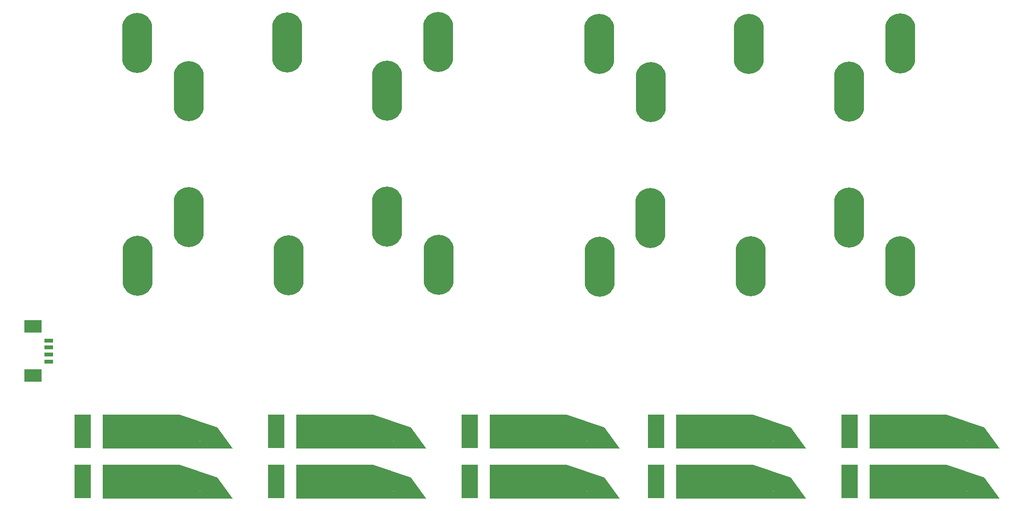
<source format=gtp>
G04 #@! TF.FileFunction,Paste,Top*
%FSLAX46Y46*%
G04 Gerber Fmt 4.6, Leading zero omitted, Abs format (unit mm)*
G04 Created by KiCad (PCBNEW 4.0.7) date Fri Jul 20 16:26:56 2018*
%MOMM*%
%LPD*%
G01*
G04 APERTURE LIST*
%ADD10C,0.100000*%
%ADD11O,5.330000X10.660000*%
%ADD12R,3.000000X6.000000*%
%ADD13R,13.720000X6.000000*%
%ADD14R,4.000000X1.500000*%
%ADD15R,15.000000X1.000000*%
%ADD16R,1.500000X0.800000*%
%ADD17R,3.100000X2.200000*%
G04 APERTURE END LIST*
D10*
D11*
X212174800Y-50599200D03*
X247343800Y-50507200D03*
X203060800Y-42009200D03*
X229608800Y-41990200D03*
X256378800Y-41895200D03*
X247327800Y-72849200D03*
X212158800Y-72941200D03*
X256441800Y-81439200D03*
X229893800Y-81458200D03*
X203123800Y-81553200D03*
D12*
X111506000Y-110744000D03*
D13*
X121920000Y-110744000D03*
D10*
G36*
X128755000Y-113694000D02*
X128755000Y-107794000D01*
X135405000Y-110094000D01*
X135405000Y-111394000D01*
X128755000Y-113694000D01*
X128755000Y-113694000D01*
G37*
G36*
X138097000Y-113800500D02*
X131397000Y-113800500D01*
X134097000Y-110100500D01*
X135397000Y-110100500D01*
X138097000Y-113800500D01*
X138097000Y-113800500D01*
G37*
D14*
X130365500Y-113030000D03*
D15*
X123888500Y-113284000D03*
X122555000Y-113284000D03*
D12*
X145796000Y-110744000D03*
D13*
X156210000Y-110744000D03*
D10*
G36*
X163045000Y-113694000D02*
X163045000Y-107794000D01*
X169695000Y-110094000D01*
X169695000Y-111394000D01*
X163045000Y-113694000D01*
X163045000Y-113694000D01*
G37*
G36*
X172387000Y-113800500D02*
X165687000Y-113800500D01*
X168387000Y-110100500D01*
X169687000Y-110100500D01*
X172387000Y-113800500D01*
X172387000Y-113800500D01*
G37*
D14*
X164655500Y-113030000D03*
D15*
X158178500Y-113284000D03*
X156845000Y-113284000D03*
D11*
X130336000Y-50396000D03*
X165505000Y-50304000D03*
X121222000Y-41806000D03*
X147770000Y-41787000D03*
X174540000Y-41692000D03*
X165489000Y-72646000D03*
X130320000Y-72738000D03*
X174603000Y-81236000D03*
X148055000Y-81255000D03*
X121285000Y-81350000D03*
D12*
X180086000Y-110744000D03*
D13*
X190500000Y-110744000D03*
D10*
G36*
X197335000Y-113694000D02*
X197335000Y-107794000D01*
X203985000Y-110094000D01*
X203985000Y-111394000D01*
X197335000Y-113694000D01*
X197335000Y-113694000D01*
G37*
G36*
X206677000Y-113800500D02*
X199977000Y-113800500D01*
X202677000Y-110100500D01*
X203977000Y-110100500D01*
X206677000Y-113800500D01*
X206677000Y-113800500D01*
G37*
D14*
X198945500Y-113030000D03*
D15*
X192468500Y-113284000D03*
X191135000Y-113284000D03*
D12*
X213106000Y-110744000D03*
D13*
X223520000Y-110744000D03*
D10*
G36*
X230355000Y-113694000D02*
X230355000Y-107794000D01*
X237005000Y-110094000D01*
X237005000Y-111394000D01*
X230355000Y-113694000D01*
X230355000Y-113694000D01*
G37*
G36*
X239697000Y-113800500D02*
X232997000Y-113800500D01*
X235697000Y-110100500D01*
X236997000Y-110100500D01*
X239697000Y-113800500D01*
X239697000Y-113800500D01*
G37*
D14*
X231965500Y-113030000D03*
D15*
X225488500Y-113284000D03*
X224155000Y-113284000D03*
D12*
X247396000Y-110744000D03*
D13*
X257810000Y-110744000D03*
D10*
G36*
X264645000Y-113694000D02*
X264645000Y-107794000D01*
X271295000Y-110094000D01*
X271295000Y-111394000D01*
X264645000Y-113694000D01*
X264645000Y-113694000D01*
G37*
G36*
X273987000Y-113800500D02*
X267287000Y-113800500D01*
X269987000Y-110100500D01*
X271287000Y-110100500D01*
X273987000Y-113800500D01*
X273987000Y-113800500D01*
G37*
D14*
X266255500Y-113030000D03*
D15*
X259778500Y-113284000D03*
X258445000Y-113284000D03*
D12*
X111506000Y-119634000D03*
D13*
X121920000Y-119634000D03*
D10*
G36*
X128755000Y-122584000D02*
X128755000Y-116684000D01*
X135405000Y-118984000D01*
X135405000Y-120284000D01*
X128755000Y-122584000D01*
X128755000Y-122584000D01*
G37*
G36*
X138097000Y-122690500D02*
X131397000Y-122690500D01*
X134097000Y-118990500D01*
X135397000Y-118990500D01*
X138097000Y-122690500D01*
X138097000Y-122690500D01*
G37*
D14*
X130365500Y-121920000D03*
D15*
X123888500Y-122174000D03*
X122555000Y-122174000D03*
D12*
X145796000Y-119634000D03*
D13*
X156210000Y-119634000D03*
D10*
G36*
X163045000Y-122584000D02*
X163045000Y-116684000D01*
X169695000Y-118984000D01*
X169695000Y-120284000D01*
X163045000Y-122584000D01*
X163045000Y-122584000D01*
G37*
G36*
X172387000Y-122690500D02*
X165687000Y-122690500D01*
X168387000Y-118990500D01*
X169687000Y-118990500D01*
X172387000Y-122690500D01*
X172387000Y-122690500D01*
G37*
D14*
X164655500Y-121920000D03*
D15*
X158178500Y-122174000D03*
X156845000Y-122174000D03*
D12*
X180086000Y-119634000D03*
D13*
X190500000Y-119634000D03*
D10*
G36*
X197335000Y-122584000D02*
X197335000Y-116684000D01*
X203985000Y-118984000D01*
X203985000Y-120284000D01*
X197335000Y-122584000D01*
X197335000Y-122584000D01*
G37*
G36*
X206677000Y-122690500D02*
X199977000Y-122690500D01*
X202677000Y-118990500D01*
X203977000Y-118990500D01*
X206677000Y-122690500D01*
X206677000Y-122690500D01*
G37*
D14*
X198945500Y-121920000D03*
D15*
X192468500Y-122174000D03*
X191135000Y-122174000D03*
D12*
X213106000Y-119634000D03*
D13*
X223520000Y-119634000D03*
D10*
G36*
X230355000Y-122584000D02*
X230355000Y-116684000D01*
X237005000Y-118984000D01*
X237005000Y-120284000D01*
X230355000Y-122584000D01*
X230355000Y-122584000D01*
G37*
G36*
X239697000Y-122690500D02*
X232997000Y-122690500D01*
X235697000Y-118990500D01*
X236997000Y-118990500D01*
X239697000Y-122690500D01*
X239697000Y-122690500D01*
G37*
D14*
X231965500Y-121920000D03*
D15*
X225488500Y-122174000D03*
X224155000Y-122174000D03*
D12*
X247396000Y-119634000D03*
D13*
X257810000Y-119634000D03*
D10*
G36*
X264645000Y-122584000D02*
X264645000Y-116684000D01*
X271295000Y-118984000D01*
X271295000Y-120284000D01*
X264645000Y-122584000D01*
X264645000Y-122584000D01*
G37*
G36*
X273987000Y-122690500D02*
X267287000Y-122690500D01*
X269987000Y-118990500D01*
X271287000Y-118990500D01*
X273987000Y-122690500D01*
X273987000Y-122690500D01*
G37*
D14*
X266255500Y-121920000D03*
D15*
X259778500Y-122174000D03*
X258445000Y-122174000D03*
D16*
X105515000Y-94645000D03*
X105515000Y-95895000D03*
X105515000Y-97145000D03*
X105515000Y-98395000D03*
D17*
X102765000Y-92145000D03*
X102765000Y-100895000D03*
M02*

</source>
